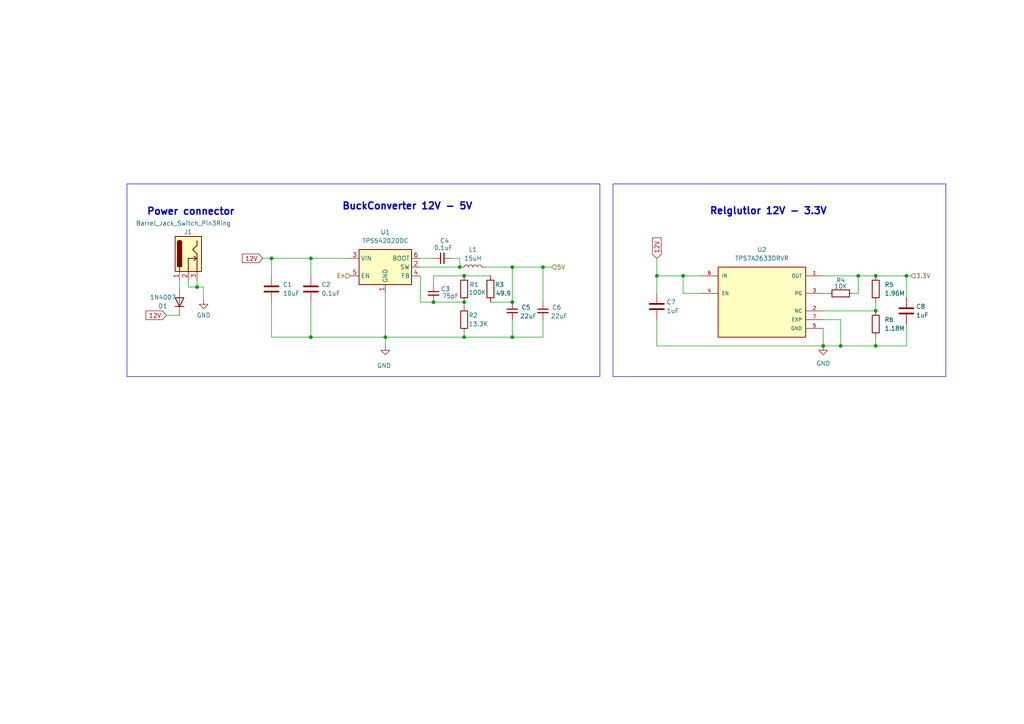
<source format=kicad_sch>
(kicad_sch (version 20231120) (generator "eeschema") (generator_version "8.0")
  (paper "A4")
  (lib_symbols
    (symbol "Connector:Barrel_Jack_Switch_Pin3Ring" (pin_names hide)
      (property "Reference" "J" (at 0 5.334 0))
      (property "Value" "Barrel_Jack_Switch_Pin3Ring" (at 0 -5.08 0))
      (symbol "Barrel_Jack_Switch_Pin3Ring_0_1"
        (rectangle (start -5.08 3.81) (end 5.08 -3.81) (stroke (width 0.254)) (fill (type background)))
        (arc (start -3.302 3.175) (mid -3.9343 2.54) (end -3.302 1.905) (stroke (width 0.254)))
        (arc (start -3.302 3.175) (mid -3.9343 2.54) (end -3.302 1.905) (stroke (width 0.254)) (fill (type outline)))
        (polyline (pts (xy 1.27 -2.286) (xy 1.905 -1.651)) (stroke (width 0.254)))
        (polyline (pts (xy 5.08 2.54) (xy 3.81 2.54)) (stroke (width 0.254)))
        (polyline (pts (xy 5.08 0) (xy 1.27 0) (xy 1.27 -2.286) (xy 0.635 -1.651)) (stroke (width 0.254)))
        (polyline (pts (xy -3.81 -2.54) (xy -2.54 -2.54) (xy -1.27 -1.27) (xy 0 -2.54) (xy 2.54 -2.54) (xy 5.08 -2.54)) (stroke (width 0.254)))
        (rectangle (start 3.683 3.175) (end -3.302 1.905) (stroke (width 0.254)) (fill (type outline)))
      )
      (symbol "Barrel_Jack_Switch_Pin3Ring_1_1"
        (pin passive line (at 7.62 2.54 180) (length 2.54) (name "~") (number "1"))
        (pin passive line (at 7.62 0 180) (length 2.54) (name "~") (number "2"))
        (pin passive line (at 7.62 -2.54 180) (length 2.54) (name "~") (number "3"))
      )
    )
    (symbol "Device:C" (pin_numbers hide) (pin_names (offset 0.254))
      (property "Reference" "C" (at 0.635 2.54 0))
      (property "Value" "C" (at 0.635 -2.54 0))
      (symbol "C_0_1"
        (polyline (pts (xy -2.032 -0.762) (xy 2.032 -0.762)) (stroke (width 0.508)))
        (polyline (pts (xy -2.032 0.762) (xy 2.032 0.762)) (stroke (width 0.508)))
      )
      (symbol "C_1_1"
        (pin passive line (at 0 3.81 270) (length 2.794) (name "~") (number "1"))
        (pin passive line (at 0 -3.81 90) (length 2.794) (name "~") (number "2"))
      )
    )
    (symbol "Device:C_Small" (pin_numbers hide) (pin_names (offset 0.254) hide)
      (property "Reference" "C" (at 0.254 1.778 0))
      (property "Value" "C_Small" (at 0.254 -2.032 0))
      (symbol "C_Small_0_1"
        (polyline (pts (xy -1.524 -0.508) (xy 1.524 -0.508)) (stroke (width 0.3302)))
        (polyline (pts (xy -1.524 0.508) (xy 1.524 0.508)) (stroke (width 0.3048)))
      )
      (symbol "C_Small_1_1"
        (pin passive line (at 0 2.54 270) (length 2.032) (name "~") (number "1"))
        (pin passive line (at 0 -2.54 90) (length 2.032) (name "~") (number "2"))
      )
    )
    (symbol "Device:D" (pin_numbers hide) (pin_names (offset 1.016) hide)
      (property "Reference" "D" (at 0 2.54 0))
      (property "Value" "D" (at 0 -2.54 0))
      (symbol "D_0_1"
        (polyline (pts (xy -1.27 1.27) (xy -1.27 -1.27)) (stroke (width 0.254)))
        (polyline (pts (xy 1.27 0) (xy -1.27 0)))
        (polyline (pts (xy 1.27 1.27) (xy 1.27 -1.27) (xy -1.27 0) (xy 1.27 1.27)) (stroke (width 0.254)))
      )
      (symbol "D_1_1"
        (pin passive line (at -3.81 0 0) (length 2.54) (name "K") (number "1"))
        (pin passive line (at 3.81 0 180) (length 2.54) (name "A") (number "2"))
      )
    )
    (symbol "Device:L" (pin_numbers hide) (pin_names (offset 1.016) hide)
      (property "Reference" "L" (at -1.27 0 90))
      (property "Value" "L" (at 1.905 0 90))
      (symbol "L_0_1"
        (arc (start 0 -2.54) (mid 0.6323 -1.905) (end 0 -1.27))
        (arc (start 0 -1.27) (mid 0.6323 -0.635) (end 0 0))
        (arc (start 0 0) (mid 0.6323 0.635) (end 0 1.27))
        (arc (start 0 1.27) (mid 0.6323 1.905) (end 0 2.54))
      )
      (symbol "L_1_1"
        (pin passive line (at 0 3.81 270) (length 1.27) (name "1") (number "1"))
        (pin passive line (at 0 -3.81 90) (length 1.27) (name "2") (number "2"))
      )
    )
    (symbol "Device:R" (pin_numbers hide) (pin_names (offset 0))
      (property "Reference" "R" (at 2.032 0 90))
      (property "Value" "R" (at 0 0 90))
      (symbol "R_0_1"
        (rectangle (start -1.016 -2.54) (end 1.016 2.54) (stroke (width 0.254)))
      )
      (symbol "R_1_1"
        (pin passive line (at 0 3.81 270) (length 1.27) (name "~") (number "1"))
        (pin passive line (at 0 -3.81 90) (length 1.27) (name "~") (number "2"))
      )
    )
    (symbol "Regulator_Switching:TPS54202DDC"
      (property "Reference" "U" (at -7.62 6.35 0))
      (property "Value" "TPS54202DDC" (at 0 6.35 0))
      (symbol "TPS54202DDC_0_1"
        (rectangle (start -7.62 5.08) (end 7.62 -5.08) (stroke (width 0.254)) (fill (type background)))
      )
      (symbol "TPS54202DDC_1_1"
        (pin power_in line (at 0 -7.62 90) (length 2.54) (name "GND") (number "1"))
        (pin power_out line (at 10.16 0 180) (length 2.54) (name "SW") (number "2"))
        (pin power_in line (at -10.16 2.54 0) (length 2.54) (name "VIN") (number "3"))
        (pin input line (at 10.16 -2.54 180) (length 2.54) (name "FB") (number "4"))
        (pin input line (at -10.16 -2.54 0) (length 2.54) (name "EN") (number "5"))
        (pin passive line (at 10.16 2.54 180) (length 2.54) (name "BOOT") (number "6"))
      )
    )
    (symbol "TPS7A2633DRVR:TPS7A2633DRVR" (pin_names (offset 1.016))
      (property "Reference" "U" (at -12.7 11.16 0))
      (property "Value" "TPS7A2633DRVR" (at -12.7 -14.16 0))
      (symbol "TPS7A2633DRVR_0_0"
        (rectangle (start -12.7 -10.16) (end 12.7 10.16) (stroke (width 0.254)) (fill (type background)))
        (pin output line (at 17.78 7.62 180) (length 5.08) (name "OUT") (number "1"))
        (pin passive line (at 17.78 -2.54 180) (length 5.08) (name "NC") (number "2"))
        (pin output line (at 17.78 2.54 180) (length 5.08) (name "PG") (number "3"))
        (pin input line (at -17.78 2.54 0) (length 5.08) (name "EN") (number "4"))
        (pin power_in line (at 17.78 -7.62 180) (length 5.08) (name "GND") (number "5"))
        (pin input line (at -17.78 7.62 0) (length 5.08) (name "IN") (number "6"))
        (pin passive line (at 17.78 -5.08 180) (length 5.08) (name "EXP") (number "7"))
      )
    )
    (symbol "power:GND" (power) (pin_names (offset 0))
      (property "Value" "GND" (at 0 -3.81 0))
      (symbol "GND_0_1"
        (polyline (pts (xy 0 0) (xy 0 -1.27) (xy 1.27 -1.27) (xy 0 -2.54) (xy -1.27 -1.27) (xy 0 -1.27)))
      )
      (symbol "GND_1_1"
        (pin power_in line (at 0 0 270) (length 0) hide (name "GND") (number "1"))
      )
    )
  )
  (junction (at 262.89 80.01))
  (junction (at 133.35 77.47))
  (junction (at 243.84 100.33))
  (junction (at 254 90.17))
  (junction (at 148.59 97.79))
  (junction (at 254 100.33))
  (junction (at 78.74 74.93))
  (junction (at 254 80.01))
  (junction (at 125.73 87.63))
  (junction (at 148.59 77.47))
  (junction (at 248.92 80.01))
  (junction (at 198.12 80.01))
  (junction (at 111.76 97.79))
  (junction (at 148.59 87.63))
  (junction (at 134.62 97.79))
  (junction (at 90.17 97.79))
  (junction (at 90.17 74.93))
  (junction (at 238.76 100.33))
  (junction (at 134.62 80.01))
  (junction (at 134.62 87.63))
  (junction (at 190.5 80.01))
  (junction (at 157.48 77.47))
  (junction (at 57.15 83.2612))
  (wire (pts (xy 248.92 80.01) (xy 254 80.01)))
  (wire (pts (xy 262.89 100.33) (xy 254 100.33)))
  (wire (pts (xy 148.59 77.47) (xy 148.59 87.63)))
  (wire (pts (xy 90.17 74.93) (xy 101.6 74.93)))
  (wire (pts (xy 190.5 80.01) (xy 190.5 74.93)))
  (wire (pts (xy 190.5 100.33) (xy 238.76 100.33)))
  (wire (pts (xy 58.9788 86.995) (xy 59.055 86.995)))
  (wire (pts (xy 190.5 92.71) (xy 190.5 100.33)))
  (wire (pts (xy 243.84 100.33) (xy 238.76 100.33)))
  (wire (pts (xy 78.74 74.93) (xy 90.17 74.93)))
  (wire (pts (xy 190.5 80.01) (xy 198.12 80.01)))
  (wire (pts (xy 78.74 97.79) (xy 90.17 97.79)))
  (wire (pts (xy 198.12 85.09) (xy 198.12 80.01)))
  (wire (pts (xy 198.12 80.01) (xy 203.2 80.01)))
  (wire (pts (xy 254 80.01) (xy 262.89 80.01)))
  (wire (pts (xy 125.73 80.01) (xy 134.62 80.01)))
  (wire (pts (xy 238.76 90.17) (xy 254 90.17)))
  (wire (pts (xy 264.16 80.01) (xy 262.89 80.01)))
  (wire (pts (xy 157.48 97.79) (xy 157.48 92.71)))
  (wire (pts (xy 125.73 82.55) (xy 125.73 80.01)))
  (wire (pts (xy 111.76 97.79) (xy 134.62 97.79)))
  (wire (pts (xy 254 100.33) (xy 243.84 100.33)))
  (wire (pts (xy 262.89 86.36) (xy 262.89 80.01)))
  (wire (pts (xy 78.74 74.93) (xy 78.74 80.01)))
  (wire (pts (xy 148.59 92.71) (xy 148.59 97.79)))
  (wire (pts (xy 121.92 74.93) (xy 125.73 74.93)))
  (wire (pts (xy 57.15 83.2612) (xy 58.9788 83.2612)))
  (wire (pts (xy 238.76 85.09) (xy 240.03 85.09)))
  (wire (pts (xy 148.59 97.79) (xy 157.48 97.79)))
  (wire (pts (xy 90.17 97.79) (xy 111.76 97.79)))
  (wire (pts (xy 90.17 87.63) (xy 90.17 97.79)))
  (wire (pts (xy 238.76 95.25) (xy 238.76 100.33)))
  (wire (pts (xy 238.76 80.01) (xy 248.92 80.01)))
  (wire (pts (xy 134.62 96.52) (xy 134.62 97.79)))
  (wire (pts (xy 134.62 88.9) (xy 134.62 87.63)))
  (wire (pts (xy 130.81 74.93) (xy 133.35 74.93)))
  (wire (pts (xy 121.92 77.47) (xy 133.35 77.47)))
  (wire (pts (xy 190.5 85.09) (xy 190.5 80.01)))
  (wire (pts (xy 121.92 87.63) (xy 125.73 87.63)))
  (wire (pts (xy 52.07 81.28) (xy 52.07 83.82)))
  (wire (pts (xy 148.59 77.47) (xy 157.48 77.47)))
  (wire (pts (xy 78.74 87.63) (xy 78.74 97.79)))
  (wire (pts (xy 76.2 74.93) (xy 78.74 74.93)))
  (wire (pts (xy 203.2 85.09) (xy 198.12 85.09)))
  (wire (pts (xy 134.62 97.79) (xy 148.59 97.79)))
  (wire (pts (xy 133.35 74.93) (xy 133.35 77.47)))
  (wire (pts (xy 54.61 83.2612) (xy 57.15 83.2612)))
  (wire (pts (xy 125.73 87.63) (xy 134.62 87.63)))
  (wire (pts (xy 58.9788 86.995) (xy 58.9788 83.2612)))
  (wire (pts (xy 254 87.63) (xy 254 90.17)))
  (wire (pts (xy 262.89 93.98) (xy 262.89 100.33)))
  (wire (pts (xy 111.76 85.09) (xy 111.76 97.79)))
  (wire (pts (xy 157.48 77.47) (xy 157.48 87.63)))
  (wire (pts (xy 160.02 77.47) (xy 157.48 77.47)))
  (wire (pts (xy 54.61 81.28) (xy 54.61 83.2612)))
  (wire (pts (xy 134.62 80.01) (xy 142.24 80.01)))
  (wire (pts (xy 142.24 87.63) (xy 148.59 87.63)))
  (wire (pts (xy 90.17 74.93) (xy 90.17 80.01)))
  (wire (pts (xy 248.92 80.01) (xy 248.92 85.09)))
  (wire (pts (xy 48.26 91.44) (xy 52.07 91.44)))
  (wire (pts (xy 57.15 83.2612) (xy 57.15 81.28)))
  (wire (pts (xy 243.84 92.71) (xy 243.84 100.33)))
  (wire (pts (xy 254 97.79) (xy 254 100.33)))
  (wire (pts (xy 248.92 85.09) (xy 247.65 85.09)))
  (wire (pts (xy 121.92 80.01) (xy 121.92 87.63)))
  (wire (pts (xy 111.76 97.79) (xy 111.76 100.33)))
  (wire (pts (xy 140.97 77.47) (xy 148.59 77.47)))
  (wire (pts (xy 238.76 92.71) (xy 243.84 92.71)))
  (rectangle (start 36.83 53.34) (end 173.99 109.22))
  (rectangle (start 177.8 53.34) (end 274.32 109.22))
  (text "Relglutlor 12V - 3.3V\n" (at 205.74 62.484 0) (effects (font (size 2 2) (thickness 0.4) (bold yes)) (justify left bottom)))
  (text "BuckConverter 12V - 5V\n " (at 99.1362 64.3128 0) (effects (font (size 2 2) (thickness 0.4) (bold yes)) (justify left bottom)))
  (text "Power connector" (at 42.4942 62.6364 0) (effects (font (size 2 2) (thickness 0.4) (bold yes)) (justify left bottom)))
  (global_label "12V" (shape input) (at 190.5 74.93 90) (property "Intersheetrefs" "${INTERSHEET_REFS}" (effects (hide yes))))
  (global_label "12V" (shape input) (at 76.2 74.93 180) (property "Intersheetrefs" "${INTERSHEET_REFS}" (effects (hide yes))))
  (global_label "12V" (shape input) (at 48.26 91.44 180) (property "Intersheetrefs" "${INTERSHEET_REFS}" (effects (hide yes))))
  (hierarchical_label "En" (shape input) (at 101.6 80.01 180))
  (hierarchical_label "5V" (shape input) (at 160.02 77.47 0))
  (hierarchical_label "3.3V" (shape input) (at 264.16 80.01 0))
  (symbol (lib_id "Device:C_Small") (at 157.48 90.17 0) (mirror y) (unit 1)
    (property "Reference" "C6" (at 162.814 89.154 0) (effects (justify left)))
    (property "Value" "22uF" (at 164.592 91.694 0) (effects (justify left)))
    (property "Footprint" "Capacitor_Tantalum_SMD:CP_EIA-6032-15_Kemet-U" (effects (hide yes)))
  )
  (symbol (lib_id "Device:R") (at 134.62 83.82 0) (unit 1)
    (property "Reference" "R1" (at 136.144 82.55 0) (effects (justify left)))
    (property "Value" "100K" (at 135.89 84.836 0) (effects (justify left)))
    (property "Description" "Resistor" (effects (hide yes)))
  )
  (symbol (lib_id "Device:R") (at 254 93.98 0) (unit 1)
    (property "Reference" "R6" (at 256.54 92.7099 0) (effects (justify left)))
    (property "Value" "1.18M" (at 256.54 95.2499 0) (effects (justify left)))
    (property "Description" "Resistor" (effects (hide yes)))
  )
  (symbol (lib_id "TPS7A2633DRVR:TPS7A2633DRVR") (at 220.98 87.63 0) (unit 1)
    (property "Reference" "U2" (at 220.98 72.39 0))
    (property "Value" "TPS7A2633DRVR" (at 220.98 74.93 0))
    (property "Footprint" "TPS7A2633DRVR:SON65P200X200X80-7N" (effects (hide yes)))
    (property "MF" "Texas Instruments" (effects (hide yes)))
    (property "DESCRIPTION" "500-mA, 18-V, ultra-low-IQ, high-accuracy, adjustable low-dropout voltage regulator with power good 6-WSON -40 to 125" (effects (hide yes)))
    (property "PACKAGE" "WSON-6 Texas Instruments" (effects (hide yes)))
    (property "PRICE" "None" (effects (hide yes)))
    (property "Package" "WSON-6 Texas Instruments" (effects (hide yes)))
    (property "Check_prices" "https://www.snapeda.com/parts/TPS7A2633DRVR/Texas+Instruments/view-part/?ref=eda" (effects (hide yes)))
    (property "Price" "None" (effects (hide yes)))
    (property "SnapEDA_Link" "https://www.snapeda.com/parts/TPS7A2633DRVR/Texas+Instruments/view-part/?ref=snap" (effects (hide yes)))
    (property "MP" "TPS7A2633DRVR" (effects (hide yes)))
    (property "Purchase-URL" "https://www.snapeda.com/api/url_track_click_mouser/?unipart_id=4639091&manufacturer=Texas Instruments&part_name=TPS7A2633DRVR&search_term=None" (effects (hide yes)))
    (property "Description_1" "\n500-mA, 18-V, ultra-low-IQ, high-accuracy, adjustable low-dropout voltage regulator with power good\n" (effects (hide yes)))
    (property "Availability" "In Stock" (effects (hide yes)))
    (property "AVAILABILITY" "Warning" (effects (hide yes)))
    (property "PURCHASE-URL" "https://pricing.snapeda.com/search/part/TPS7A2633DRVR/?ref=eda" (effects (hide yes)))
  )
  (symbol (lib_id "Device:R") (at 254 83.82 0) (unit 1)
    (property "Reference" "R5" (at 256.54 82.5499 0) (effects (justify left)))
    (property "Value" "1.96M" (at 256.54 85.0899 0) (effects (justify left)))
    (property "Description" "Resistor" (effects (hide yes)))
  )
  (symbol (lib_id "power:GND") (at 59.055 86.995 0) (unit 1)
    (property "Reference" "#PWR01" (effects (hide yes)))
    (property "Value" "GND" (at 59.055 91.44 0))
  )
  (symbol (lib_id "Device:C") (at 78.74 83.82 0) (unit 1)
    (property "Reference" "C1" (at 82.042 82.55 0) (effects (justify left)))
    (property "Value" "10uF" (at 82.042 85.09 0) (effects (justify left)))
    (property "Footprint" "Capacitor_Tantalum_SMD:CP_EIA-7343-43_Kemet-X" (effects (hide yes)))
  )
  (symbol (lib_id "Device:C_Small") (at 148.59 90.17 0) (mirror y) (unit 1)
    (property "Reference" "C5" (at 153.924 89.154 0) (effects (justify left)))
    (property "Value" "22uF" (at 155.702 91.694 0) (effects (justify left)))
    (property "Footprint" "Capacitor_Tantalum_SMD:CP_EIA-6032-15_Kemet-U" (effects (hide yes)))
  )
  (symbol (lib_id "Connector:Barrel_Jack_Switch_Pin3Ring") (at 54.61 73.66 90) (mirror x) (unit 1)
    (property "Reference" "J1" (at 53.3399 67.31 90) (effects (justify right)))
    (property "Value" "Barrel_Jack_Switch_Pin3Ring" (at 39.37 64.77 90) (effects (justify right)))
    (property "Footprint" "Connector_BarrelJack:BarrelJack_Wuerth_6941xx301002" (effects (hide yes)))
  )
  (symbol (lib_id "Regulator_Switching:TPS54202DDC") (at 111.76 77.47 0) (unit 1)
    (property "Reference" "U1" (at 111.76 67.31 0))
    (property "Value" "TPS54202DDC" (at 111.76 69.85 0))
    (property "Footprint" "Package_TO_SOT_SMD:SOT-23-6" (effects (hide yes)))
    (property "Datasheet" "http://www.ti.com/lit/ds/symlink/tps54202.pdf" (effects (hide yes)))
    (property "Description" "2A, 4.5 to 28V Input, EMI Friendly integrated switch synchronous step-down regulator, pulse-skipping, SOT-23-6" (effects (hide yes)))
  )
  (symbol (lib_id "Device:D") (at 52.07 87.63 90) (unit 1)
    (property "Reference" "D1" (at 47.244 88.773 90))
    (property "Value" "1N4007" (at 47.244 86.233 90))
    (property "Footprint" "Diode_SMD:D_SMA" (effects (hide yes)))
  )
  (symbol (lib_id "Device:R") (at 134.62 92.71 0) (unit 1)
    (property "Reference" "R2" (at 135.89 91.44 0) (effects (justify left)))
    (property "Value" "13.3K" (at 135.89 93.98 0) (effects (justify left)))
    (property "Description" "Resistor" (effects (hide yes)))
  )
  (symbol (lib_id "Device:C") (at 190.5 88.9 0) (unit 1)
    (property "Reference" "C7" (at 193.294 87.63 0) (effects (justify left)))
    (property "Value" "1uF" (at 193.294 90.17 0) (effects (justify left)))
  )
  (symbol (lib_id "power:GND") (at 238.76 100.33 0) (unit 1)
    (property "Reference" "#PWR03" (effects (hide yes)))
    (property "Value" "GND" (at 238.76 105.41 0))
  )
  (symbol (lib_id "Device:C_Small") (at 128.27 74.93 90) (mirror x) (unit 1)
    (property "Reference" "C4" (at 130.302 69.85 90) (effects (justify left)))
    (property "Value" "0.1uF" (at 131.318 71.882 90) (effects (justify left)))
    (property "Footprint" "Capacitor_Tantalum_SMD:CP_EIA-6032-15_Kemet-U" (effects (hide yes)))
  )
  (symbol (lib_id "Device:L") (at 137.16 77.47 90) (unit 1)
    (property "Reference" "L1" (at 137.16 72.39 90))
    (property "Value" "15uH" (at 137.16 74.93 90))
    (property "Footprint" "Inductor_SMD:L_Bourns_SRP7028A_7.3x6.6mm" (effects (hide yes)))
  )
  (symbol (lib_id "Device:R") (at 243.84 85.09 90) (unit 1)
    (property "Reference" "R4" (at 243.84 81.28 90))
    (property "Value" "10K" (at 243.84 83.058 90))
    (property "Description" "Resistor" (effects (hide yes)))
  )
  (symbol (lib_id "Device:C_Small") (at 125.73 85.09 0) (mirror y) (unit 1)
    (property "Reference" "C3" (at 130.556 83.82 0) (effects (justify left)))
    (property "Value" "75pF" (at 133.096 85.852 0) (effects (justify left)))
    (property "Footprint" "Capacitor_Tantalum_SMD:CP_EIA-6032-15_Kemet-U" (effects (hide yes)))
  )
  (symbol (lib_id "Device:C") (at 262.89 90.17 0) (unit 1)
    (property "Reference" "C8" (at 265.684 88.9 0) (effects (justify left)))
    (property "Value" "1uF" (at 265.684 91.44 0) (effects (justify left)))
  )
  (symbol (lib_id "power:GND") (at 111.76 100.33 0) (unit 1)
    (property "Reference" "#PWR02" (effects (hide yes)))
    (property "Value" "GND" (at 111.379 106.045 0))
  )
  (symbol (lib_id "Device:R") (at 142.24 83.82 0) (unit 1)
    (property "Reference" "R3" (at 143.51 82.55 0) (effects (justify left)))
    (property "Value" "49.9" (at 143.764 85.09 0) (effects (justify left)))
    (property "Description" "Resistor" (effects (hide yes)))
  )
  (symbol (lib_id "Device:C") (at 90.17 83.82 0) (unit 1)
    (property "Reference" "C2" (at 93.218 82.55 0) (effects (justify left)))
    (property "Value" "0.1uF" (at 93.218 85.09 0) (effects (justify left)))
    (property "Footprint" "Capacitor_Tantalum_SMD:CP_EIA-7343-43_Kemet-X" (effects (hide yes)))
  )
)
</source>
